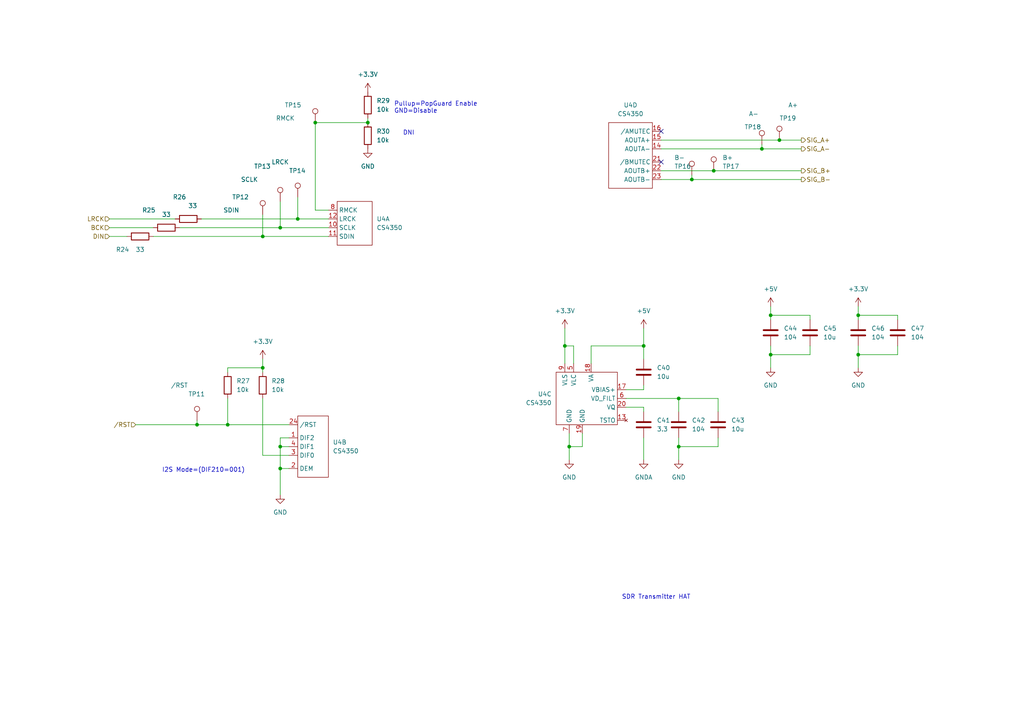
<source format=kicad_sch>
(kicad_sch (version 20211123) (generator eeschema)

  (uuid b898c3af-25a8-4382-a1be-89267e4b9cf3)

  (paper "A4")

  (lib_symbols
    (symbol "Connector:TestPoint" (pin_numbers hide) (pin_names (offset 0.762) hide) (in_bom yes) (on_board yes)
      (property "Reference" "TP" (id 0) (at 0 6.858 0)
        (effects (font (size 1.27 1.27)))
      )
      (property "Value" "TestPoint" (id 1) (at 0 5.08 0)
        (effects (font (size 1.27 1.27)))
      )
      (property "Footprint" "" (id 2) (at 5.08 0 0)
        (effects (font (size 1.27 1.27)) hide)
      )
      (property "Datasheet" "~" (id 3) (at 5.08 0 0)
        (effects (font (size 1.27 1.27)) hide)
      )
      (property "ki_keywords" "test point tp" (id 4) (at 0 0 0)
        (effects (font (size 1.27 1.27)) hide)
      )
      (property "ki_description" "test point" (id 5) (at 0 0 0)
        (effects (font (size 1.27 1.27)) hide)
      )
      (property "ki_fp_filters" "Pin* Test*" (id 6) (at 0 0 0)
        (effects (font (size 1.27 1.27)) hide)
      )
      (symbol "TestPoint_0_1"
        (circle (center 0 3.302) (radius 0.762)
          (stroke (width 0) (type default) (color 0 0 0 0))
          (fill (type none))
        )
      )
      (symbol "TestPoint_1_1"
        (pin passive line (at 0 0 90) (length 2.54)
          (name "1" (effects (font (size 1.27 1.27))))
          (number "1" (effects (font (size 1.27 1.27))))
        )
      )
    )
    (symbol "Device:C" (pin_numbers hide) (pin_names (offset 0.254)) (in_bom yes) (on_board yes)
      (property "Reference" "C" (id 0) (at 0.635 2.54 0)
        (effects (font (size 1.27 1.27)) (justify left))
      )
      (property "Value" "C" (id 1) (at 0.635 -2.54 0)
        (effects (font (size 1.27 1.27)) (justify left))
      )
      (property "Footprint" "" (id 2) (at 0.9652 -3.81 0)
        (effects (font (size 1.27 1.27)) hide)
      )
      (property "Datasheet" "~" (id 3) (at 0 0 0)
        (effects (font (size 1.27 1.27)) hide)
      )
      (property "ki_keywords" "cap capacitor" (id 4) (at 0 0 0)
        (effects (font (size 1.27 1.27)) hide)
      )
      (property "ki_description" "Unpolarized capacitor" (id 5) (at 0 0 0)
        (effects (font (size 1.27 1.27)) hide)
      )
      (property "ki_fp_filters" "C_*" (id 6) (at 0 0 0)
        (effects (font (size 1.27 1.27)) hide)
      )
      (symbol "C_0_1"
        (polyline
          (pts
            (xy -2.032 -0.762)
            (xy 2.032 -0.762)
          )
          (stroke (width 0.508) (type default) (color 0 0 0 0))
          (fill (type none))
        )
        (polyline
          (pts
            (xy -2.032 0.762)
            (xy 2.032 0.762)
          )
          (stroke (width 0.508) (type default) (color 0 0 0 0))
          (fill (type none))
        )
      )
      (symbol "C_1_1"
        (pin passive line (at 0 3.81 270) (length 2.794)
          (name "~" (effects (font (size 1.27 1.27))))
          (number "1" (effects (font (size 1.27 1.27))))
        )
        (pin passive line (at 0 -3.81 90) (length 2.794)
          (name "~" (effects (font (size 1.27 1.27))))
          (number "2" (effects (font (size 1.27 1.27))))
        )
      )
    )
    (symbol "Device:R" (pin_numbers hide) (pin_names (offset 0)) (in_bom yes) (on_board yes)
      (property "Reference" "R" (id 0) (at 2.032 0 90)
        (effects (font (size 1.27 1.27)))
      )
      (property "Value" "R" (id 1) (at 0 0 90)
        (effects (font (size 1.27 1.27)))
      )
      (property "Footprint" "" (id 2) (at -1.778 0 90)
        (effects (font (size 1.27 1.27)) hide)
      )
      (property "Datasheet" "~" (id 3) (at 0 0 0)
        (effects (font (size 1.27 1.27)) hide)
      )
      (property "ki_keywords" "R res resistor" (id 4) (at 0 0 0)
        (effects (font (size 1.27 1.27)) hide)
      )
      (property "ki_description" "Resistor" (id 5) (at 0 0 0)
        (effects (font (size 1.27 1.27)) hide)
      )
      (property "ki_fp_filters" "R_*" (id 6) (at 0 0 0)
        (effects (font (size 1.27 1.27)) hide)
      )
      (symbol "R_0_1"
        (rectangle (start -1.016 -2.54) (end 1.016 2.54)
          (stroke (width 0.254) (type default) (color 0 0 0 0))
          (fill (type none))
        )
      )
      (symbol "R_1_1"
        (pin passive line (at 0 3.81 270) (length 1.27)
          (name "~" (effects (font (size 1.27 1.27))))
          (number "1" (effects (font (size 1.27 1.27))))
        )
        (pin passive line (at 0 -3.81 90) (length 1.27)
          (name "~" (effects (font (size 1.27 1.27))))
          (number "2" (effects (font (size 1.27 1.27))))
        )
      )
    )
    (symbol "My_Library2:CS4350" (in_bom yes) (on_board yes)
      (property "Reference" "U" (id 0) (at -3.81 3.81 0)
        (effects (font (size 1.27 1.27)))
      )
      (property "Value" "CS4350" (id 1) (at 3.81 3.81 0)
        (effects (font (size 1.27 1.27)))
      )
      (property "Footprint" "" (id 2) (at 0 0 0)
        (effects (font (size 1.27 1.27)) hide)
      )
      (property "Datasheet" "" (id 3) (at 0 0 0)
        (effects (font (size 1.27 1.27)) hide)
      )
      (property "ki_locked" "" (id 4) (at 0 0 0)
        (effects (font (size 1.27 1.27)))
      )
      (symbol "CS4350_1_1"
        (rectangle (start -3.81 1.27) (end 6.35 -11.43)
          (stroke (width 0) (type default) (color 0 0 0 0))
          (fill (type none))
        )
        (pin input line (at -6.35 -6.35 0) (length 2.54)
          (name "SCLK" (effects (font (size 1.27 1.27))))
          (number "10" (effects (font (size 1.27 1.27))))
        )
        (pin input line (at -6.35 -8.89 0) (length 2.54)
          (name "SDIN" (effects (font (size 1.27 1.27))))
          (number "11" (effects (font (size 1.27 1.27))))
        )
        (pin input line (at -6.35 -3.81 0) (length 2.54)
          (name "LRCK" (effects (font (size 1.27 1.27))))
          (number "12" (effects (font (size 1.27 1.27))))
        )
        (pin output line (at -6.35 -1.27 0) (length 2.54)
          (name "RMCK" (effects (font (size 1.27 1.27))))
          (number "8" (effects (font (size 1.27 1.27))))
        )
      )
      (symbol "CS4350_2_1"
        (rectangle (start -2.54 0) (end 6.35 -17.78)
          (stroke (width 0) (type default) (color 0 0 0 0))
          (fill (type none))
        )
        (pin input line (at -5.08 -6.35 0) (length 2.54)
          (name "DIF2" (effects (font (size 1.27 1.27))))
          (number "1" (effects (font (size 1.27 1.27))))
        )
        (pin input line (at -5.08 -15.24 0) (length 2.54)
          (name "DEM" (effects (font (size 1.27 1.27))))
          (number "2" (effects (font (size 1.27 1.27))))
        )
        (pin input line (at -5.08 -2.54 0) (length 2.54)
          (name "/RST" (effects (font (size 1.27 1.27))))
          (number "24" (effects (font (size 1.27 1.27))))
        )
        (pin input line (at -5.08 -11.43 0) (length 2.54)
          (name "DIF0" (effects (font (size 1.27 1.27))))
          (number "3" (effects (font (size 1.27 1.27))))
        )
        (pin input line (at -5.08 -8.89 0) (length 2.54)
          (name "DIF1" (effects (font (size 1.27 1.27))))
          (number "4" (effects (font (size 1.27 1.27))))
        )
      )
      (symbol "CS4350_3_1"
        (rectangle (start -7.62 -6.35) (end 10.16 -21.59)
          (stroke (width 0) (type default) (color 0 0 0 0))
          (fill (type none))
        )
        (pin no_connect line (at 12.7 -20.32 180) (length 2.54)
          (name "TSTO" (effects (font (size 1.27 1.27))))
          (number "13" (effects (font (size 1.27 1.27))))
        )
        (pin power_out line (at 12.7 -11.43 180) (length 2.54)
          (name "VBIAS+" (effects (font (size 1.27 1.27))))
          (number "17" (effects (font (size 1.27 1.27))))
        )
        (pin power_in line (at 2.54 -3.81 270) (length 2.54)
          (name "VA" (effects (font (size 1.27 1.27))))
          (number "18" (effects (font (size 1.27 1.27))))
        )
        (pin power_in line (at 0 -24.13 90) (length 2.54)
          (name "GND" (effects (font (size 1.27 1.27))))
          (number "19" (effects (font (size 1.27 1.27))))
        )
        (pin power_out line (at 12.7 -16.51 180) (length 2.54)
          (name "VQ" (effects (font (size 1.27 1.27))))
          (number "20" (effects (font (size 1.27 1.27))))
        )
        (pin power_in line (at -2.54 -3.81 270) (length 2.54)
          (name "VLC" (effects (font (size 1.27 1.27))))
          (number "5" (effects (font (size 1.27 1.27))))
        )
        (pin power_out line (at 12.7 -13.97 180) (length 2.54)
          (name "VD_FILT" (effects (font (size 1.27 1.27))))
          (number "6" (effects (font (size 1.27 1.27))))
        )
        (pin power_in line (at -3.81 -24.13 90) (length 2.54)
          (name "GND" (effects (font (size 1.27 1.27))))
          (number "7" (effects (font (size 1.27 1.27))))
        )
        (pin power_in line (at -5.08 -3.81 270) (length 2.54)
          (name "VLS" (effects (font (size 1.27 1.27))))
          (number "9" (effects (font (size 1.27 1.27))))
        )
      )
      (symbol "CS4350_4_1"
        (rectangle (start -5.08 2.54) (end 7.62 -16.51)
          (stroke (width 0) (type default) (color 0 0 0 0))
          (fill (type none))
        )
        (pin output line (at 10.16 -5.08 180) (length 2.54)
          (name "AOUTA-" (effects (font (size 1.27 1.27))))
          (number "14" (effects (font (size 1.27 1.27))))
        )
        (pin output line (at 10.16 -2.54 180) (length 2.54)
          (name "AOUTA+" (effects (font (size 1.27 1.27))))
          (number "15" (effects (font (size 1.27 1.27))))
        )
        (pin output line (at 10.16 0 180) (length 2.54)
          (name "/AMUTEC" (effects (font (size 1.27 1.27))))
          (number "16" (effects (font (size 1.27 1.27))))
        )
        (pin output line (at 10.16 -8.89 180) (length 2.54)
          (name "/BMUTEC" (effects (font (size 1.27 1.27))))
          (number "21" (effects (font (size 1.27 1.27))))
        )
        (pin output line (at 10.16 -11.43 180) (length 2.54)
          (name "AOUTB+" (effects (font (size 1.27 1.27))))
          (number "22" (effects (font (size 1.27 1.27))))
        )
        (pin output line (at 10.16 -13.97 180) (length 2.54)
          (name "AOUTB-" (effects (font (size 1.27 1.27))))
          (number "23" (effects (font (size 1.27 1.27))))
        )
      )
    )
    (symbol "power:+3.3V" (power) (pin_names (offset 0)) (in_bom yes) (on_board yes)
      (property "Reference" "#PWR" (id 0) (at 0 -3.81 0)
        (effects (font (size 1.27 1.27)) hide)
      )
      (property "Value" "+3.3V" (id 1) (at 0 3.556 0)
        (effects (font (size 1.27 1.27)))
      )
      (property "Footprint" "" (id 2) (at 0 0 0)
        (effects (font (size 1.27 1.27)) hide)
      )
      (property "Datasheet" "" (id 3) (at 0 0 0)
        (effects (font (size 1.27 1.27)) hide)
      )
      (property "ki_keywords" "power-flag" (id 4) (at 0 0 0)
        (effects (font (size 1.27 1.27)) hide)
      )
      (property "ki_description" "Power symbol creates a global label with name \"+3.3V\"" (id 5) (at 0 0 0)
        (effects (font (size 1.27 1.27)) hide)
      )
      (symbol "+3.3V_0_1"
        (polyline
          (pts
            (xy -0.762 1.27)
            (xy 0 2.54)
          )
          (stroke (width 0) (type default) (color 0 0 0 0))
          (fill (type none))
        )
        (polyline
          (pts
            (xy 0 0)
            (xy 0 2.54)
          )
          (stroke (width 0) (type default) (color 0 0 0 0))
          (fill (type none))
        )
        (polyline
          (pts
            (xy 0 2.54)
            (xy 0.762 1.27)
          )
          (stroke (width 0) (type default) (color 0 0 0 0))
          (fill (type none))
        )
      )
      (symbol "+3.3V_1_1"
        (pin power_in line (at 0 0 90) (length 0) hide
          (name "+3.3V" (effects (font (size 1.27 1.27))))
          (number "1" (effects (font (size 1.27 1.27))))
        )
      )
    )
    (symbol "power:+5V" (power) (pin_names (offset 0)) (in_bom yes) (on_board yes)
      (property "Reference" "#PWR" (id 0) (at 0 -3.81 0)
        (effects (font (size 1.27 1.27)) hide)
      )
      (property "Value" "+5V" (id 1) (at 0 3.556 0)
        (effects (font (size 1.27 1.27)))
      )
      (property "Footprint" "" (id 2) (at 0 0 0)
        (effects (font (size 1.27 1.27)) hide)
      )
      (property "Datasheet" "" (id 3) (at 0 0 0)
        (effects (font (size 1.27 1.27)) hide)
      )
      (property "ki_keywords" "power-flag" (id 4) (at 0 0 0)
        (effects (font (size 1.27 1.27)) hide)
      )
      (property "ki_description" "Power symbol creates a global label with name \"+5V\"" (id 5) (at 0 0 0)
        (effects (font (size 1.27 1.27)) hide)
      )
      (symbol "+5V_0_1"
        (polyline
          (pts
            (xy -0.762 1.27)
            (xy 0 2.54)
          )
          (stroke (width 0) (type default) (color 0 0 0 0))
          (fill (type none))
        )
        (polyline
          (pts
            (xy 0 0)
            (xy 0 2.54)
          )
          (stroke (width 0) (type default) (color 0 0 0 0))
          (fill (type none))
        )
        (polyline
          (pts
            (xy 0 2.54)
            (xy 0.762 1.27)
          )
          (stroke (width 0) (type default) (color 0 0 0 0))
          (fill (type none))
        )
      )
      (symbol "+5V_1_1"
        (pin power_in line (at 0 0 90) (length 0) hide
          (name "+5V" (effects (font (size 1.27 1.27))))
          (number "1" (effects (font (size 1.27 1.27))))
        )
      )
    )
    (symbol "power:GND" (power) (pin_names (offset 0)) (in_bom yes) (on_board yes)
      (property "Reference" "#PWR" (id 0) (at 0 -6.35 0)
        (effects (font (size 1.27 1.27)) hide)
      )
      (property "Value" "GND" (id 1) (at 0 -3.81 0)
        (effects (font (size 1.27 1.27)))
      )
      (property "Footprint" "" (id 2) (at 0 0 0)
        (effects (font (size 1.27 1.27)) hide)
      )
      (property "Datasheet" "" (id 3) (at 0 0 0)
        (effects (font (size 1.27 1.27)) hide)
      )
      (property "ki_keywords" "power-flag" (id 4) (at 0 0 0)
        (effects (font (size 1.27 1.27)) hide)
      )
      (property "ki_description" "Power symbol creates a global label with name \"GND\" , ground" (id 5) (at 0 0 0)
        (effects (font (size 1.27 1.27)) hide)
      )
      (symbol "GND_0_1"
        (polyline
          (pts
            (xy 0 0)
            (xy 0 -1.27)
            (xy 1.27 -1.27)
            (xy 0 -2.54)
            (xy -1.27 -1.27)
            (xy 0 -1.27)
          )
          (stroke (width 0) (type default) (color 0 0 0 0))
          (fill (type none))
        )
      )
      (symbol "GND_1_1"
        (pin power_in line (at 0 0 270) (length 0) hide
          (name "GND" (effects (font (size 1.27 1.27))))
          (number "1" (effects (font (size 1.27 1.27))))
        )
      )
    )
    (symbol "power:GNDA" (power) (pin_names (offset 0)) (in_bom yes) (on_board yes)
      (property "Reference" "#PWR" (id 0) (at 0 -6.35 0)
        (effects (font (size 1.27 1.27)) hide)
      )
      (property "Value" "GNDA" (id 1) (at 0 -3.81 0)
        (effects (font (size 1.27 1.27)))
      )
      (property "Footprint" "" (id 2) (at 0 0 0)
        (effects (font (size 1.27 1.27)) hide)
      )
      (property "Datasheet" "" (id 3) (at 0 0 0)
        (effects (font (size 1.27 1.27)) hide)
      )
      (property "ki_keywords" "power-flag" (id 4) (at 0 0 0)
        (effects (font (size 1.27 1.27)) hide)
      )
      (property "ki_description" "Power symbol creates a global label with name \"GNDA\" , analog ground" (id 5) (at 0 0 0)
        (effects (font (size 1.27 1.27)) hide)
      )
      (symbol "GNDA_0_1"
        (polyline
          (pts
            (xy 0 0)
            (xy 0 -1.27)
            (xy 1.27 -1.27)
            (xy 0 -2.54)
            (xy -1.27 -1.27)
            (xy 0 -1.27)
          )
          (stroke (width 0) (type default) (color 0 0 0 0))
          (fill (type none))
        )
      )
      (symbol "GNDA_1_1"
        (pin power_in line (at 0 0 270) (length 0) hide
          (name "GNDA" (effects (font (size 1.27 1.27))))
          (number "1" (effects (font (size 1.27 1.27))))
        )
      )
    )
  )

  (junction (at 81.28 66.04) (diameter 0) (color 0 0 0 0)
    (uuid 1a0901de-34cf-446f-bbe1-e4b942bd4918)
  )
  (junction (at 91.44 35.56) (diameter 0) (color 0 0 0 0)
    (uuid 25dbf5aa-c652-4798-9225-c53ce5edc24c)
  )
  (junction (at 186.69 100.33) (diameter 0) (color 0 0 0 0)
    (uuid 316cb285-7796-4b0d-9592-1b77d6ee0a86)
  )
  (junction (at 226.06 40.64) (diameter 0) (color 0 0 0 0)
    (uuid 37672cd5-e535-40ae-9afc-5809037d05b7)
  )
  (junction (at 207.01 49.53) (diameter 0) (color 0 0 0 0)
    (uuid 398b269f-e970-487a-990e-5f42fd71466c)
  )
  (junction (at 165.1 129.54) (diameter 0) (color 0 0 0 0)
    (uuid 598988e8-fc25-49e4-be8c-e5aced4a0623)
  )
  (junction (at 196.85 129.54) (diameter 0) (color 0 0 0 0)
    (uuid 681224a4-d26e-47da-b051-ab8dcf6856df)
  )
  (junction (at 248.92 91.44) (diameter 0) (color 0 0 0 0)
    (uuid 6f7fbf9c-34a9-4483-8d00-c9508ffbec4d)
  )
  (junction (at 81.28 129.54) (diameter 0) (color 0 0 0 0)
    (uuid 748259e0-7e7f-4ff4-ae90-ad1abd0cbdf8)
  )
  (junction (at 200.66 52.07) (diameter 0) (color 0 0 0 0)
    (uuid 840e9bf6-a0e9-4ffc-a44d-1ffc6a6e9d76)
  )
  (junction (at 223.52 102.87) (diameter 0) (color 0 0 0 0)
    (uuid 87674c21-82ad-4f53-bfdb-f9157005a2c9)
  )
  (junction (at 196.85 115.57) (diameter 0) (color 0 0 0 0)
    (uuid 8e625ced-4a91-4291-b7e0-c488d1cfa8e8)
  )
  (junction (at 86.36 63.5) (diameter 0) (color 0 0 0 0)
    (uuid 8ec1fadf-5338-475c-9efd-0d058db5ee76)
  )
  (junction (at 57.15 123.19) (diameter 0) (color 0 0 0 0)
    (uuid 9505ef21-e207-4f10-9d89-3b3035634e71)
  )
  (junction (at 163.83 100.33) (diameter 0) (color 0 0 0 0)
    (uuid 9b9073d8-3a3f-4b8c-ba08-b927d20c5a1f)
  )
  (junction (at 76.2 68.58) (diameter 0) (color 0 0 0 0)
    (uuid a6db8ae3-dca8-4fa6-bd94-caa1f69826d2)
  )
  (junction (at 76.2 106.68) (diameter 0) (color 0 0 0 0)
    (uuid b4ccbca8-f138-43b0-ad6a-e7c38b4dd1b9)
  )
  (junction (at 106.68 35.56) (diameter 0) (color 0 0 0 0)
    (uuid b5adc49a-382a-4559-b61b-afe577b9c23f)
  )
  (junction (at 220.98 43.18) (diameter 0) (color 0 0 0 0)
    (uuid b8890d2a-d82c-45ea-b795-dfc6a528677e)
  )
  (junction (at 66.04 123.19) (diameter 0) (color 0 0 0 0)
    (uuid ba59f566-3e8a-417d-9c67-05d212c2068a)
  )
  (junction (at 223.52 91.44) (diameter 0) (color 0 0 0 0)
    (uuid d43bfc9c-a245-4f2b-a320-24aed9ba749e)
  )
  (junction (at 81.28 135.89) (diameter 0) (color 0 0 0 0)
    (uuid e64eb5ac-4b52-41e8-ac19-b9acd4c7a933)
  )
  (junction (at 248.92 102.87) (diameter 0) (color 0 0 0 0)
    (uuid e6a44591-6c60-4465-adef-ae6e8c268029)
  )

  (no_connect (at 191.77 38.1) (uuid 263fe8c3-6370-42ec-8b85-5cd0389c5674))
  (no_connect (at 191.77 46.99) (uuid 263fe8c3-6370-42ec-8b85-5cd0389c5675))

  (wire (pts (xy 248.92 91.44) (xy 248.92 92.71))
    (stroke (width 0) (type default) (color 0 0 0 0))
    (uuid 0169af37-b167-4924-b668-516293d5e52a)
  )
  (wire (pts (xy 223.52 102.87) (xy 223.52 106.68))
    (stroke (width 0) (type default) (color 0 0 0 0))
    (uuid 02129c53-a0ce-4596-a157-9a83fc1eef4c)
  )
  (wire (pts (xy 81.28 135.89) (xy 81.28 143.51))
    (stroke (width 0) (type default) (color 0 0 0 0))
    (uuid 0411ee5e-d444-43ad-957b-0de869470ec0)
  )
  (wire (pts (xy 57.15 121.92) (xy 57.15 123.19))
    (stroke (width 0) (type default) (color 0 0 0 0))
    (uuid 047b2c3b-91a2-4d7b-adff-759b55010610)
  )
  (wire (pts (xy 223.52 88.9) (xy 223.52 91.44))
    (stroke (width 0) (type default) (color 0 0 0 0))
    (uuid 06065cf6-e6d1-4f04-8b97-7b435dccc36d)
  )
  (wire (pts (xy 168.91 125.73) (xy 168.91 129.54))
    (stroke (width 0) (type default) (color 0 0 0 0))
    (uuid 06534946-3cd4-4e47-b6be-397aba0a1d7f)
  )
  (wire (pts (xy 186.69 133.35) (xy 186.69 127))
    (stroke (width 0) (type default) (color 0 0 0 0))
    (uuid 08bf8ef2-9a2b-4321-b67a-cca27fa9a5ae)
  )
  (wire (pts (xy 186.69 100.33) (xy 186.69 95.25))
    (stroke (width 0) (type default) (color 0 0 0 0))
    (uuid 0a961280-9a44-4d92-934f-0adae8b2b4d8)
  )
  (wire (pts (xy 223.52 100.33) (xy 223.52 102.87))
    (stroke (width 0) (type default) (color 0 0 0 0))
    (uuid 125c3824-7ea9-48af-a503-e5e8c413122b)
  )
  (wire (pts (xy 76.2 104.14) (xy 76.2 106.68))
    (stroke (width 0) (type default) (color 0 0 0 0))
    (uuid 12f909c0-86fe-4034-b70a-6327a3aceee9)
  )
  (wire (pts (xy 91.44 35.56) (xy 91.44 60.96))
    (stroke (width 0) (type default) (color 0 0 0 0))
    (uuid 136c4449-9323-4ddb-981d-14acd2d14e5e)
  )
  (wire (pts (xy 171.45 105.41) (xy 171.45 100.33))
    (stroke (width 0) (type default) (color 0 0 0 0))
    (uuid 15d880a4-555d-43e7-81fd-085c8b0d9aa1)
  )
  (wire (pts (xy 31.75 66.04) (xy 44.45 66.04))
    (stroke (width 0) (type default) (color 0 0 0 0))
    (uuid 166bcb94-d5c6-4a31-89e6-0dd066895407)
  )
  (wire (pts (xy 86.36 57.15) (xy 86.36 63.5))
    (stroke (width 0) (type default) (color 0 0 0 0))
    (uuid 17b1cd6f-c323-4d37-8747-712322f27a2f)
  )
  (wire (pts (xy 260.35 100.33) (xy 260.35 102.87))
    (stroke (width 0) (type default) (color 0 0 0 0))
    (uuid 1bf2305c-c5e4-4e36-8ac1-c2e60c22ccd3)
  )
  (wire (pts (xy 260.35 91.44) (xy 260.35 92.71))
    (stroke (width 0) (type default) (color 0 0 0 0))
    (uuid 217f48a3-a482-44ed-ab28-ad8722b50929)
  )
  (wire (pts (xy 31.75 68.58) (xy 36.83 68.58))
    (stroke (width 0) (type default) (color 0 0 0 0))
    (uuid 2330a013-9954-4e5c-beb6-758b3c16d7a8)
  )
  (wire (pts (xy 191.77 40.64) (xy 226.06 40.64))
    (stroke (width 0) (type default) (color 0 0 0 0))
    (uuid 23488dbe-d5b1-4983-abec-dacc3da0af60)
  )
  (wire (pts (xy 223.52 91.44) (xy 234.95 91.44))
    (stroke (width 0) (type default) (color 0 0 0 0))
    (uuid 2c2e0bc7-218d-4cf8-823c-9b5fbe2aa185)
  )
  (wire (pts (xy 220.98 41.91) (xy 220.98 43.18))
    (stroke (width 0) (type default) (color 0 0 0 0))
    (uuid 2c53bc77-deaf-4a13-adf8-287ee56ebd7c)
  )
  (wire (pts (xy 196.85 115.57) (xy 208.28 115.57))
    (stroke (width 0) (type default) (color 0 0 0 0))
    (uuid 2ca32758-4b3e-4bb2-9800-60ee0ee8fb1f)
  )
  (wire (pts (xy 181.61 115.57) (xy 196.85 115.57))
    (stroke (width 0) (type default) (color 0 0 0 0))
    (uuid 2d54e8a3-73ff-41ba-bad0-2a5404fedcfc)
  )
  (wire (pts (xy 81.28 129.54) (xy 81.28 135.89))
    (stroke (width 0) (type default) (color 0 0 0 0))
    (uuid 315cfdb7-d30f-4865-bcde-10b9144b4bcd)
  )
  (wire (pts (xy 226.06 40.64) (xy 232.41 40.64))
    (stroke (width 0) (type default) (color 0 0 0 0))
    (uuid 33918360-0c91-4e57-8e8c-96858cd1c0ae)
  )
  (wire (pts (xy 207.01 49.53) (xy 232.41 49.53))
    (stroke (width 0) (type default) (color 0 0 0 0))
    (uuid 353065d6-b7f7-4660-84ef-c62861e85adf)
  )
  (wire (pts (xy 181.61 118.11) (xy 186.69 118.11))
    (stroke (width 0) (type default) (color 0 0 0 0))
    (uuid 36ab226f-6558-4d1f-a86a-5d4a6beb1b18)
  )
  (wire (pts (xy 248.92 91.44) (xy 260.35 91.44))
    (stroke (width 0) (type default) (color 0 0 0 0))
    (uuid 3a32fc8b-42ed-43b7-bdcf-e6cc403fb2f4)
  )
  (wire (pts (xy 166.37 105.41) (xy 166.37 100.33))
    (stroke (width 0) (type default) (color 0 0 0 0))
    (uuid 3b703858-570f-4a31-86ee-3034bfc0b7c0)
  )
  (wire (pts (xy 234.95 102.87) (xy 223.52 102.87))
    (stroke (width 0) (type default) (color 0 0 0 0))
    (uuid 40a05b95-b73d-40f6-a56d-7c9f4f7e3790)
  )
  (wire (pts (xy 166.37 100.33) (xy 163.83 100.33))
    (stroke (width 0) (type default) (color 0 0 0 0))
    (uuid 495047c6-b25b-425d-8a7f-6d2680392ce1)
  )
  (wire (pts (xy 83.82 127) (xy 81.28 127))
    (stroke (width 0) (type default) (color 0 0 0 0))
    (uuid 4ecc7262-8720-4c6f-8a33-a3ecfb4026da)
  )
  (wire (pts (xy 165.1 129.54) (xy 165.1 133.35))
    (stroke (width 0) (type default) (color 0 0 0 0))
    (uuid 5361fdc4-d439-4801-ac1e-72251b7f871c)
  )
  (wire (pts (xy 191.77 52.07) (xy 200.66 52.07))
    (stroke (width 0) (type default) (color 0 0 0 0))
    (uuid 5a671e89-00fc-40c4-8f3e-7981aa3babb4)
  )
  (wire (pts (xy 208.28 129.54) (xy 196.85 129.54))
    (stroke (width 0) (type default) (color 0 0 0 0))
    (uuid 5a9494e3-c12d-4b73-b2ce-c4080f69f92e)
  )
  (wire (pts (xy 186.69 100.33) (xy 186.69 104.14))
    (stroke (width 0) (type default) (color 0 0 0 0))
    (uuid 5ca4af95-e1e8-4005-9eed-09f861740d15)
  )
  (wire (pts (xy 248.92 102.87) (xy 248.92 106.68))
    (stroke (width 0) (type default) (color 0 0 0 0))
    (uuid 5ec72551-b502-48e4-8773-c4c29aab7914)
  )
  (wire (pts (xy 52.07 66.04) (xy 81.28 66.04))
    (stroke (width 0) (type default) (color 0 0 0 0))
    (uuid 62c55ac2-006b-4140-9935-3242f8aa9d95)
  )
  (wire (pts (xy 191.77 49.53) (xy 207.01 49.53))
    (stroke (width 0) (type default) (color 0 0 0 0))
    (uuid 6302944d-9e28-4e8b-b7e7-05b1752a0331)
  )
  (wire (pts (xy 66.04 107.95) (xy 66.04 106.68))
    (stroke (width 0) (type default) (color 0 0 0 0))
    (uuid 6529d231-cfdb-4f67-83d4-6d374e3cd06e)
  )
  (wire (pts (xy 200.66 50.8) (xy 200.66 52.07))
    (stroke (width 0) (type default) (color 0 0 0 0))
    (uuid 65e3251e-b47c-48cf-b749-e91786c26547)
  )
  (wire (pts (xy 223.52 91.44) (xy 223.52 92.71))
    (stroke (width 0) (type default) (color 0 0 0 0))
    (uuid 66a228a6-9fc4-4c7c-a179-2dfa2cea70e7)
  )
  (wire (pts (xy 76.2 106.68) (xy 76.2 107.95))
    (stroke (width 0) (type default) (color 0 0 0 0))
    (uuid 683f0b98-1674-4132-8798-60944d051244)
  )
  (wire (pts (xy 196.85 127) (xy 196.85 129.54))
    (stroke (width 0) (type default) (color 0 0 0 0))
    (uuid 68778c8d-bffc-4439-9b8a-53b2011e0c81)
  )
  (wire (pts (xy 81.28 58.42) (xy 81.28 66.04))
    (stroke (width 0) (type default) (color 0 0 0 0))
    (uuid 6a136a20-d084-4125-ba87-1a997294ca54)
  )
  (wire (pts (xy 248.92 100.33) (xy 248.92 102.87))
    (stroke (width 0) (type default) (color 0 0 0 0))
    (uuid 6eac06fa-3fff-4846-87ba-d8348be8b5f6)
  )
  (wire (pts (xy 76.2 68.58) (xy 95.25 68.58))
    (stroke (width 0) (type default) (color 0 0 0 0))
    (uuid 70cc80b2-af14-4ffd-b470-8e8fa26fc298)
  )
  (wire (pts (xy 81.28 127) (xy 81.28 129.54))
    (stroke (width 0) (type default) (color 0 0 0 0))
    (uuid 74070f01-ea5b-4c60-b08a-1cf36e1e7e23)
  )
  (wire (pts (xy 44.45 68.58) (xy 76.2 68.58))
    (stroke (width 0) (type default) (color 0 0 0 0))
    (uuid 74f370f3-7f2c-4fc9-8089-473c9ec85d35)
  )
  (wire (pts (xy 39.37 123.19) (xy 57.15 123.19))
    (stroke (width 0) (type default) (color 0 0 0 0))
    (uuid 7879e444-e66a-4346-99be-9ebd604a9950)
  )
  (wire (pts (xy 57.15 123.19) (xy 66.04 123.19))
    (stroke (width 0) (type default) (color 0 0 0 0))
    (uuid 7b80efcf-a33c-41b0-89d1-df2d65be0da0)
  )
  (wire (pts (xy 66.04 123.19) (xy 83.82 123.19))
    (stroke (width 0) (type default) (color 0 0 0 0))
    (uuid 7e9761ad-2c72-4488-8cf6-e35e91b49592)
  )
  (wire (pts (xy 66.04 115.57) (xy 66.04 123.19))
    (stroke (width 0) (type default) (color 0 0 0 0))
    (uuid 821a9e50-0257-48a4-b616-7f6284942341)
  )
  (wire (pts (xy 81.28 135.89) (xy 83.82 135.89))
    (stroke (width 0) (type default) (color 0 0 0 0))
    (uuid 87081db5-e696-4df2-ac0b-408b462e8063)
  )
  (wire (pts (xy 181.61 113.03) (xy 186.69 113.03))
    (stroke (width 0) (type default) (color 0 0 0 0))
    (uuid 87082ae6-db19-4ac4-b3ee-5cb4feb47640)
  )
  (wire (pts (xy 191.77 43.18) (xy 220.98 43.18))
    (stroke (width 0) (type default) (color 0 0 0 0))
    (uuid 894f2868-786a-4844-8a54-5470d429cbf9)
  )
  (wire (pts (xy 81.28 129.54) (xy 83.82 129.54))
    (stroke (width 0) (type default) (color 0 0 0 0))
    (uuid 910a3ae7-55d5-4ba0-9621-3b60f9123073)
  )
  (wire (pts (xy 248.92 88.9) (xy 248.92 91.44))
    (stroke (width 0) (type default) (color 0 0 0 0))
    (uuid 96a22cba-732e-4417-bbdc-eca36ac5e953)
  )
  (wire (pts (xy 234.95 100.33) (xy 234.95 102.87))
    (stroke (width 0) (type default) (color 0 0 0 0))
    (uuid 9bf2ac72-b7ba-4c06-b7dc-44fffff29964)
  )
  (wire (pts (xy 196.85 115.57) (xy 196.85 119.38))
    (stroke (width 0) (type default) (color 0 0 0 0))
    (uuid 9c8b7985-3c7b-4661-a21d-c4f01c43fa53)
  )
  (wire (pts (xy 58.42 63.5) (xy 86.36 63.5))
    (stroke (width 0) (type default) (color 0 0 0 0))
    (uuid 9fcaa130-b417-431f-acd0-a4120eebd531)
  )
  (wire (pts (xy 165.1 125.73) (xy 165.1 129.54))
    (stroke (width 0) (type default) (color 0 0 0 0))
    (uuid a723af64-3772-4155-af0f-6c9deffa9aa0)
  )
  (wire (pts (xy 186.69 113.03) (xy 186.69 111.76))
    (stroke (width 0) (type default) (color 0 0 0 0))
    (uuid a7b2980f-1ad3-4ceb-b480-0e7148bdd4e5)
  )
  (wire (pts (xy 86.36 63.5) (xy 95.25 63.5))
    (stroke (width 0) (type default) (color 0 0 0 0))
    (uuid b233d5ce-92ad-46b9-9c85-db26b549875a)
  )
  (wire (pts (xy 76.2 62.23) (xy 76.2 68.58))
    (stroke (width 0) (type default) (color 0 0 0 0))
    (uuid b541b610-99bc-49a5-aae7-e87fcc0f7038)
  )
  (wire (pts (xy 83.82 132.08) (xy 76.2 132.08))
    (stroke (width 0) (type default) (color 0 0 0 0))
    (uuid b7976946-6a06-4e2c-b643-65806957b14e)
  )
  (wire (pts (xy 163.83 100.33) (xy 163.83 105.41))
    (stroke (width 0) (type default) (color 0 0 0 0))
    (uuid bcea255b-77d7-44b8-907d-b956e362e4c3)
  )
  (wire (pts (xy 234.95 91.44) (xy 234.95 92.71))
    (stroke (width 0) (type default) (color 0 0 0 0))
    (uuid c88cc3bd-da11-415d-b78c-78d546744d5b)
  )
  (wire (pts (xy 91.44 60.96) (xy 95.25 60.96))
    (stroke (width 0) (type default) (color 0 0 0 0))
    (uuid cc307a52-b3bd-4995-a2ee-1707c33fd9b5)
  )
  (wire (pts (xy 168.91 129.54) (xy 165.1 129.54))
    (stroke (width 0) (type default) (color 0 0 0 0))
    (uuid d00a44c0-6bfd-4110-97c9-efe8b84e852f)
  )
  (wire (pts (xy 186.69 118.11) (xy 186.69 119.38))
    (stroke (width 0) (type default) (color 0 0 0 0))
    (uuid d1043fa7-6ff4-4dc0-8e4a-d40bb6bb175b)
  )
  (wire (pts (xy 76.2 115.57) (xy 76.2 132.08))
    (stroke (width 0) (type default) (color 0 0 0 0))
    (uuid d54a0ac3-350c-445e-b438-a39724a9da3d)
  )
  (wire (pts (xy 208.28 115.57) (xy 208.28 119.38))
    (stroke (width 0) (type default) (color 0 0 0 0))
    (uuid d6a45dbc-c89f-4a1e-a96f-088a8bc9d9b5)
  )
  (wire (pts (xy 220.98 43.18) (xy 232.41 43.18))
    (stroke (width 0) (type default) (color 0 0 0 0))
    (uuid d7836bdc-da12-4dea-975e-da333d53ef6f)
  )
  (wire (pts (xy 66.04 106.68) (xy 76.2 106.68))
    (stroke (width 0) (type default) (color 0 0 0 0))
    (uuid d7e3b4f4-d83f-4707-a9a5-9c1d2ec0f3fb)
  )
  (wire (pts (xy 208.28 127) (xy 208.28 129.54))
    (stroke (width 0) (type default) (color 0 0 0 0))
    (uuid d7e917fa-691a-48fd-ac04-a1298c444200)
  )
  (wire (pts (xy 200.66 52.07) (xy 232.41 52.07))
    (stroke (width 0) (type default) (color 0 0 0 0))
    (uuid dab19557-f887-4835-afb5-c7dba2a6b881)
  )
  (wire (pts (xy 196.85 129.54) (xy 196.85 133.35))
    (stroke (width 0) (type default) (color 0 0 0 0))
    (uuid db4d0082-eab0-4510-828d-f02523a0a725)
  )
  (wire (pts (xy 171.45 100.33) (xy 186.69 100.33))
    (stroke (width 0) (type default) (color 0 0 0 0))
    (uuid e32861a3-c930-468b-b205-7c472b3ad380)
  )
  (wire (pts (xy 106.68 34.29) (xy 106.68 35.56))
    (stroke (width 0) (type default) (color 0 0 0 0))
    (uuid e7b85ee4-b98a-43d3-b757-c5ab328533e3)
  )
  (wire (pts (xy 260.35 102.87) (xy 248.92 102.87))
    (stroke (width 0) (type default) (color 0 0 0 0))
    (uuid ea4726aa-f9cc-41c5-8e3f-a04993fc2291)
  )
  (wire (pts (xy 91.44 35.56) (xy 106.68 35.56))
    (stroke (width 0) (type default) (color 0 0 0 0))
    (uuid edbf4b41-986a-4d3a-bf4c-af01c3f0f70d)
  )
  (wire (pts (xy 31.75 63.5) (xy 50.8 63.5))
    (stroke (width 0) (type default) (color 0 0 0 0))
    (uuid f436414a-3c48-4a01-961c-baf33fc0f96e)
  )
  (wire (pts (xy 163.83 95.25) (xy 163.83 100.33))
    (stroke (width 0) (type default) (color 0 0 0 0))
    (uuid f8f7d8fd-0283-4746-a470-a6a16eca1449)
  )
  (wire (pts (xy 95.25 66.04) (xy 81.28 66.04))
    (stroke (width 0) (type default) (color 0 0 0 0))
    (uuid faefb1a4-2227-4193-895d-69f183d21d22)
  )

  (text "I2S Mode=(DIF210=001)" (at 46.99 137.16 0)
    (effects (font (size 1.27 1.27)) (justify left bottom))
    (uuid 08dad396-1936-4f0b-9646-d12fafa449e5)
  )
  (text "Pullup=PopGuard Enable\nGND=Disable" (at 114.3 33.02 0)
    (effects (font (size 1.27 1.27)) (justify left bottom))
    (uuid 36d30197-b874-4ea2-925f-98f7037f4e90)
  )
  (text "DNI" (at 116.84 39.37 0)
    (effects (font (size 1.27 1.27)) (justify left bottom))
    (uuid 74417c3b-d41e-408e-abfb-e5b682801e97)
  )
  (text "SDR Transmitter HAT" (at 180.34 173.99 0)
    (effects (font (size 1.27 1.27)) (justify left bottom))
    (uuid abdcf832-3df2-43c3-bb2f-df4807074dbc)
  )

  (hierarchical_label "DIN" (shape input) (at 31.75 68.58 180)
    (effects (font (size 1.27 1.27)) (justify right))
    (uuid 04e525f9-9c26-4a3d-8f7d-9783740cb310)
  )
  (hierarchical_label "SIG_A-" (shape output) (at 232.41 43.18 0)
    (effects (font (size 1.27 1.27)) (justify left))
    (uuid 0526d945-9d96-4fa8-98ca-0d79267e0abc)
  )
  (hierarchical_label "{slash}RST" (shape input) (at 39.37 123.19 180)
    (effects (font (size 1.27 1.27)) (justify right))
    (uuid 17c87720-8d2d-4157-9f16-6754f5d2ea22)
  )
  (hierarchical_label "SIG_B-" (shape output) (at 232.41 52.07 0)
    (effects (font (size 1.27 1.27)) (justify left))
    (uuid 43c8f10e-1916-4a9b-b904-5c98a2402a9a)
  )
  (hierarchical_label "SIG_B+" (shape output) (at 232.41 49.53 0)
    (effects (font (size 1.27 1.27)) (justify left))
    (uuid 6b76598a-bcf4-4cc5-844f-7adf03f8f305)
  )
  (hierarchical_label "LRCK" (shape input) (at 31.75 63.5 180)
    (effects (font (size 1.27 1.27)) (justify right))
    (uuid 7290e386-c7a5-46da-9c55-bf43e80a579e)
  )
  (hierarchical_label "BCK" (shape input) (at 31.75 66.04 180)
    (effects (font (size 1.27 1.27)) (justify right))
    (uuid 7d158c90-f021-455a-8e60-b60404c47287)
  )
  (hierarchical_label "SIG_A+" (shape output) (at 232.41 40.64 0)
    (effects (font (size 1.27 1.27)) (justify left))
    (uuid e371ab57-e43f-42e2-bb41-47abf3bcff9b)
  )

  (symbol (lib_id "Device:C") (at 186.69 107.95 0) (unit 1)
    (in_bom yes) (on_board yes) (fields_autoplaced)
    (uuid 028aefcd-bb6d-4185-8599-0b31e0463834)
    (property "Reference" "C40" (id 0) (at 190.5 106.6799 0)
      (effects (font (size 1.27 1.27)) (justify left))
    )
    (property "Value" "10u" (id 1) (at 190.5 109.2199 0)
      (effects (font (size 1.27 1.27)) (justify left))
    )
    (property "Footprint" "Capacitor_SMD:C_0603_1608Metric_Pad1.08x0.95mm_HandSolder" (id 2) (at 187.6552 111.76 0)
      (effects (font (size 1.27 1.27)) hide)
    )
    (property "Datasheet" "~" (id 3) (at 186.69 107.95 0)
      (effects (font (size 1.27 1.27)) hide)
    )
    (pin "1" (uuid ddbfb312-a16f-456a-8877-8926342ec3d8))
    (pin "2" (uuid d7bed1b9-3939-4772-8d01-df95572469ad))
  )

  (symbol (lib_id "Connector:TestPoint") (at 200.66 50.8 0) (unit 1)
    (in_bom yes) (on_board yes)
    (uuid 0a70fe97-f5b6-415c-ba94-16cc2adccada)
    (property "Reference" "TP16" (id 0) (at 195.58 48.26 0)
      (effects (font (size 1.27 1.27)) (justify left))
    )
    (property "Value" "B-" (id 1) (at 195.58 45.72 0)
      (effects (font (size 1.27 1.27)) (justify left))
    )
    (property "Footprint" "TestPoint:TestPoint_Pad_D2.0mm" (id 2) (at 205.74 50.8 0)
      (effects (font (size 1.27 1.27)) hide)
    )
    (property "Datasheet" "~" (id 3) (at 205.74 50.8 0)
      (effects (font (size 1.27 1.27)) hide)
    )
    (pin "1" (uuid 9fedd8e7-2032-4a4d-bbfb-1912a411c514))
  )

  (symbol (lib_id "Device:R") (at 106.68 39.37 0) (unit 1)
    (in_bom yes) (on_board yes) (fields_autoplaced)
    (uuid 12968cdf-3655-4b9e-9e5b-bde5c2a54113)
    (property "Reference" "R30" (id 0) (at 109.22 38.0999 0)
      (effects (font (size 1.27 1.27)) (justify left))
    )
    (property "Value" "10k" (id 1) (at 109.22 40.6399 0)
      (effects (font (size 1.27 1.27)) (justify left))
    )
    (property "Footprint" "Resistor_SMD:R_0603_1608Metric_Pad0.98x0.95mm_HandSolder" (id 2) (at 104.902 39.37 90)
      (effects (font (size 1.27 1.27)) hide)
    )
    (property "Datasheet" "~" (id 3) (at 106.68 39.37 0)
      (effects (font (size 1.27 1.27)) hide)
    )
    (pin "1" (uuid 1623d4bd-d6c1-4d57-8b6d-a84ff8a89c57))
    (pin "2" (uuid 6063147c-9f11-4d87-b4fb-0781d46fb1f0))
  )

  (symbol (lib_id "power:GNDA") (at 186.69 133.35 0) (unit 1)
    (in_bom yes) (on_board yes) (fields_autoplaced)
    (uuid 20a17390-56e1-4241-b5a9-cd810f0ae077)
    (property "Reference" "#PWR057" (id 0) (at 186.69 139.7 0)
      (effects (font (size 1.27 1.27)) hide)
    )
    (property "Value" "~" (id 1) (at 186.69 138.43 0))
    (property "Footprint" "" (id 2) (at 186.69 133.35 0)
      (effects (font (size 1.27 1.27)) hide)
    )
    (property "Datasheet" "" (id 3) (at 186.69 133.35 0)
      (effects (font (size 1.27 1.27)) hide)
    )
    (pin "1" (uuid baede4be-0e01-4a8a-9be2-de3892b10ab9))
  )

  (symbol (lib_id "power:GND") (at 165.1 133.35 0) (unit 1)
    (in_bom yes) (on_board yes) (fields_autoplaced)
    (uuid 218dde20-2d9c-472c-9031-cab27122c79d)
    (property "Reference" "#PWR055" (id 0) (at 165.1 139.7 0)
      (effects (font (size 1.27 1.27)) hide)
    )
    (property "Value" "~" (id 1) (at 165.1 138.43 0))
    (property "Footprint" "" (id 2) (at 165.1 133.35 0)
      (effects (font (size 1.27 1.27)) hide)
    )
    (property "Datasheet" "" (id 3) (at 165.1 133.35 0)
      (effects (font (size 1.27 1.27)) hide)
    )
    (pin "1" (uuid 97301567-2a2b-4c6a-998b-aba3cf4e6b70))
  )

  (symbol (lib_id "Connector:TestPoint") (at 91.44 35.56 0) (unit 1)
    (in_bom yes) (on_board yes)
    (uuid 25fef8af-a115-41cd-bb04-5d1d9d4890c5)
    (property "Reference" "TP15" (id 0) (at 82.55 30.48 0)
      (effects (font (size 1.27 1.27)) (justify left))
    )
    (property "Value" "RMCK" (id 1) (at 80.01 34.29 0)
      (effects (font (size 1.27 1.27)) (justify left))
    )
    (property "Footprint" "TestPoint:TestPoint_Pad_D2.0mm" (id 2) (at 96.52 35.56 0)
      (effects (font (size 1.27 1.27)) hide)
    )
    (property "Datasheet" "~" (id 3) (at 96.52 35.56 0)
      (effects (font (size 1.27 1.27)) hide)
    )
    (pin "1" (uuid bf2c627f-d057-4d98-81d7-2875298acd1c))
  )

  (symbol (lib_id "Device:R") (at 76.2 111.76 0) (unit 1)
    (in_bom yes) (on_board yes) (fields_autoplaced)
    (uuid 2cb4ab5b-b607-4e15-93c8-ff4e33828237)
    (property "Reference" "R28" (id 0) (at 78.74 110.4899 0)
      (effects (font (size 1.27 1.27)) (justify left))
    )
    (property "Value" "10k" (id 1) (at 78.74 113.0299 0)
      (effects (font (size 1.27 1.27)) (justify left))
    )
    (property "Footprint" "Resistor_SMD:R_0603_1608Metric_Pad0.98x0.95mm_HandSolder" (id 2) (at 74.422 111.76 90)
      (effects (font (size 1.27 1.27)) hide)
    )
    (property "Datasheet" "~" (id 3) (at 76.2 111.76 0)
      (effects (font (size 1.27 1.27)) hide)
    )
    (pin "1" (uuid 0ff38b26-cd11-4b09-a095-34ecf330fb69))
    (pin "2" (uuid 6fb2504d-7d0e-46c4-8fed-55b88617cb9f))
  )

  (symbol (lib_id "power:+3.3V") (at 163.83 95.25 0) (unit 1)
    (in_bom yes) (on_board yes) (fields_autoplaced)
    (uuid 3ba58311-f484-4aff-a9e8-ead440f3c250)
    (property "Reference" "#PWR054" (id 0) (at 163.83 99.06 0)
      (effects (font (size 1.27 1.27)) hide)
    )
    (property "Value" "+3.3V" (id 1) (at 163.83 90.17 0))
    (property "Footprint" "" (id 2) (at 163.83 95.25 0)
      (effects (font (size 1.27 1.27)) hide)
    )
    (property "Datasheet" "" (id 3) (at 163.83 95.25 0)
      (effects (font (size 1.27 1.27)) hide)
    )
    (pin "1" (uuid 8d037ad8-a361-4b61-b504-f805b28b05b4))
  )

  (symbol (lib_id "Device:R") (at 66.04 111.76 0) (unit 1)
    (in_bom yes) (on_board yes) (fields_autoplaced)
    (uuid 3f0f6bb6-793c-436b-aa97-895846867c6f)
    (property "Reference" "R27" (id 0) (at 68.58 110.4899 0)
      (effects (font (size 1.27 1.27)) (justify left))
    )
    (property "Value" "10k" (id 1) (at 68.58 113.0299 0)
      (effects (font (size 1.27 1.27)) (justify left))
    )
    (property "Footprint" "Resistor_SMD:R_0603_1608Metric_Pad0.98x0.95mm_HandSolder" (id 2) (at 64.262 111.76 90)
      (effects (font (size 1.27 1.27)) hide)
    )
    (property "Datasheet" "~" (id 3) (at 66.04 111.76 0)
      (effects (font (size 1.27 1.27)) hide)
    )
    (pin "1" (uuid 988dd146-708a-49dc-9ead-b800895b4800))
    (pin "2" (uuid c35375b3-bad2-4b10-a782-541d043e28c4))
  )

  (symbol (lib_id "Device:R") (at 54.61 63.5 90) (unit 1)
    (in_bom yes) (on_board yes)
    (uuid 415f1d41-6b62-49ea-a572-41350a8fb5d7)
    (property "Reference" "R26" (id 0) (at 52.07 57.15 90))
    (property "Value" "33" (id 1) (at 55.88 59.69 90))
    (property "Footprint" "Resistor_SMD:R_0603_1608Metric_Pad0.98x0.95mm_HandSolder" (id 2) (at 54.61 65.278 90)
      (effects (font (size 1.27 1.27)) hide)
    )
    (property "Datasheet" "~" (id 3) (at 54.61 63.5 0)
      (effects (font (size 1.27 1.27)) hide)
    )
    (pin "1" (uuid 84ea8cd1-500b-47d6-8f7c-38256d0d5fc3))
    (pin "2" (uuid 743fb4b6-8518-47ce-b5b9-21ba98039886))
  )

  (symbol (lib_id "My_Library2:CS4350") (at 101.6 59.69 0) (unit 1)
    (in_bom yes) (on_board yes) (fields_autoplaced)
    (uuid 41ef6bf3-13b2-4609-992f-d55138294ff6)
    (property "Reference" "U4" (id 0) (at 109.22 63.4999 0)
      (effects (font (size 1.27 1.27)) (justify left))
    )
    (property "Value" "CS4350" (id 1) (at 109.22 66.0399 0)
      (effects (font (size 1.27 1.27)) (justify left))
    )
    (property "Footprint" "Package_SO:TSSOP-24_4.4x7.8mm_P0.65mm" (id 2) (at 101.6 59.69 0)
      (effects (font (size 1.27 1.27)) hide)
    )
    (property "Datasheet" "" (id 3) (at 101.6 59.69 0)
      (effects (font (size 1.27 1.27)) hide)
    )
    (pin "10" (uuid 2f5c2f54-2549-4a11-8d91-725581154175))
    (pin "11" (uuid eefda95d-b1e3-41ca-b391-05922bb99035))
    (pin "12" (uuid d25a6aa6-71af-403f-ba9a-04a0bab0243d))
    (pin "8" (uuid f2ce1451-4a8f-4e22-82fa-e7c3f08f9485))
    (pin "1" (uuid e1ddf69f-3d2a-439e-b9ea-d0a2301d94aa))
    (pin "2" (uuid b727824b-71ce-416b-9485-b3433f2c4fc6))
    (pin "24" (uuid 8ccdba0b-93a1-4a67-8189-2bb4a7745e0f))
    (pin "3" (uuid 702a78e8-d24d-4533-9fb6-1cc903dcda78))
    (pin "4" (uuid 08bf2c52-0ea1-4887-bcc3-1b0cdc22920f))
    (pin "13" (uuid c443c422-4f79-4900-b6e7-b22db326d22e))
    (pin "17" (uuid eba58f7e-87cf-4ee9-acea-f5b217d5bf1e))
    (pin "18" (uuid fedadc6c-f604-4a64-9bb3-ab5d2306dcb5))
    (pin "19" (uuid 6b31883c-5a93-4bee-b5c3-d7a1106d66f4))
    (pin "20" (uuid fc90907c-6550-433d-aea8-61dd1ab0da41))
    (pin "5" (uuid f2ae42c9-4eee-4ac2-920e-ffa5e6720be2))
    (pin "6" (uuid 76bb64ca-092e-46d0-ae91-6e7b2c2d0661))
    (pin "7" (uuid 90c8decd-0a34-4cb6-8a6f-b2bae2c367df))
    (pin "9" (uuid 85383dd3-a312-4829-82c9-2aef63c42edd))
    (pin "14" (uuid b65e50a0-f822-489e-a646-d604ec81b9d6))
    (pin "15" (uuid 3642085f-da6e-44a4-a426-48b29a83fa4d))
    (pin "16" (uuid 295e612f-0783-47bd-9ce6-08270f72c918))
    (pin "21" (uuid 070b456c-f9d3-405a-95f1-9d2c3cfcc338))
    (pin "22" (uuid e24cbfe2-1a35-4a3b-9652-4150c72327ff))
    (pin "23" (uuid 2f2432ea-aedb-4acb-9a37-b7bbd99b0b0f))
  )

  (symbol (lib_id "Device:R") (at 48.26 66.04 90) (unit 1)
    (in_bom yes) (on_board yes)
    (uuid 445039d0-3310-4840-965d-b1a1a997f18a)
    (property "Reference" "R25" (id 0) (at 43.18 60.96 90))
    (property "Value" "33" (id 1) (at 48.26 62.23 90))
    (property "Footprint" "Resistor_SMD:R_0603_1608Metric_Pad0.98x0.95mm_HandSolder" (id 2) (at 48.26 67.818 90)
      (effects (font (size 1.27 1.27)) hide)
    )
    (property "Datasheet" "~" (id 3) (at 48.26 66.04 0)
      (effects (font (size 1.27 1.27)) hide)
    )
    (pin "1" (uuid 269ad062-8bf3-49aa-8c86-ca18867e744e))
    (pin "2" (uuid d2508a17-919e-4231-8f47-212f38f2437e))
  )

  (symbol (lib_id "power:+5V") (at 186.69 95.25 0) (unit 1)
    (in_bom yes) (on_board yes) (fields_autoplaced)
    (uuid 448fb640-e7c7-4e34-8807-345afa53c1a8)
    (property "Reference" "#PWR056" (id 0) (at 186.69 99.06 0)
      (effects (font (size 1.27 1.27)) hide)
    )
    (property "Value" "+5V" (id 1) (at 186.69 90.17 0))
    (property "Footprint" "" (id 2) (at 186.69 95.25 0)
      (effects (font (size 1.27 1.27)) hide)
    )
    (property "Datasheet" "" (id 3) (at 186.69 95.25 0)
      (effects (font (size 1.27 1.27)) hide)
    )
    (pin "1" (uuid 1245910e-2046-4e78-8c78-1eb595b2d9f4))
  )

  (symbol (lib_id "My_Library2:CS4350") (at 168.91 101.6 0) (unit 3)
    (in_bom yes) (on_board yes) (fields_autoplaced)
    (uuid 4cf428df-12b0-4cee-8efd-b53501efddcc)
    (property "Reference" "U4" (id 0) (at 160.02 114.2999 0)
      (effects (font (size 1.27 1.27)) (justify right))
    )
    (property "Value" "CS4350" (id 1) (at 160.02 116.8399 0)
      (effects (font (size 1.27 1.27)) (justify right))
    )
    (property "Footprint" "Package_SO:TSSOP-24_4.4x7.8mm_P0.65mm" (id 2) (at 168.91 101.6 0)
      (effects (font (size 1.27 1.27)) hide)
    )
    (property "Datasheet" "" (id 3) (at 168.91 101.6 0)
      (effects (font (size 1.27 1.27)) hide)
    )
    (pin "10" (uuid d0bd66c2-ec61-4648-af0c-fc2f489c57a0))
    (pin "11" (uuid a3e574b2-517f-436e-a97e-1f79d434c7fa))
    (pin "12" (uuid 50a15c2b-83cc-4aef-9631-74e7b02d2ec6))
    (pin "8" (uuid 7317750c-df95-449a-be70-14c50b6fabe6))
    (pin "1" (uuid 859a2cb0-ec30-43a0-87a2-a7f20a64889e))
    (pin "2" (uuid 364ed551-8e4f-481b-a34d-10ec41790138))
    (pin "24" (uuid 0ec39f47-27e8-4281-9f4f-72d75dfa2b4b))
    (pin "3" (uuid c7ed79a2-aec0-42ef-92f3-a7c829af6717))
    (pin "4" (uuid 9fb9a79a-b01c-4f8a-be48-bfe7c9eaf2c7))
    (pin "13" (uuid be50f180-a9e3-4cae-ac52-6087c81165d6))
    (pin "17" (uuid 170eef2b-0339-4224-ab4e-67b241064240))
    (pin "18" (uuid 2484cec7-b82b-4104-a3df-5f4a67fa1be7))
    (pin "19" (uuid b96b001e-5440-44eb-9d33-13052ac6aea1))
    (pin "20" (uuid fd04f22d-f232-4c4d-9096-7a7c4df6444e))
    (pin "5" (uuid 394ffdd5-60c8-42e9-b398-5cd4db7a78c8))
    (pin "6" (uuid 786f196a-b02a-489c-be73-2fc880c3b635))
    (pin "7" (uuid 724cc9f7-0442-4532-9892-9c540b7c4cf3))
    (pin "9" (uuid a6237ff2-67fb-4365-8ca7-c1fa3355c36c))
    (pin "14" (uuid d4fa3318-65c2-433f-8824-fb401a0e9f19))
    (pin "15" (uuid c57efead-4e75-4870-baaa-fd97929fa0c5))
    (pin "16" (uuid cb8986d0-d927-42dc-b77c-f5a6d754bca5))
    (pin "21" (uuid cff66986-25cb-4a93-b2c0-01fb11e35002))
    (pin "22" (uuid 5b7da8e9-0c1c-4288-907e-23b6b21cf771))
    (pin "23" (uuid a80fb92d-d162-4be1-8a99-94555903940e))
  )

  (symbol (lib_id "power:+3.3V") (at 76.2 104.14 0) (unit 1)
    (in_bom yes) (on_board yes)
    (uuid 5e4d8132-7ce0-486a-9c13-ddab9bc63e1f)
    (property "Reference" "#PWR050" (id 0) (at 76.2 107.95 0)
      (effects (font (size 1.27 1.27)) hide)
    )
    (property "Value" "+3.3V" (id 1) (at 76.2 99.06 0))
    (property "Footprint" "" (id 2) (at 76.2 104.14 0)
      (effects (font (size 1.27 1.27)) hide)
    )
    (property "Datasheet" "" (id 3) (at 76.2 104.14 0)
      (effects (font (size 1.27 1.27)) hide)
    )
    (pin "1" (uuid f89aed65-6f2c-4302-916e-a49e1dfa6966))
  )

  (symbol (lib_id "power:GND") (at 106.68 43.18 0) (unit 1)
    (in_bom yes) (on_board yes) (fields_autoplaced)
    (uuid 60ceefff-4e9f-44e9-98d4-a5d5ee16a21f)
    (property "Reference" "#PWR053" (id 0) (at 106.68 49.53 0)
      (effects (font (size 1.27 1.27)) hide)
    )
    (property "Value" "~" (id 1) (at 106.68 48.26 0))
    (property "Footprint" "" (id 2) (at 106.68 43.18 0)
      (effects (font (size 1.27 1.27)) hide)
    )
    (property "Datasheet" "" (id 3) (at 106.68 43.18 0)
      (effects (font (size 1.27 1.27)) hide)
    )
    (pin "1" (uuid 27014887-9c22-45a0-a295-12e59a43b0b8))
  )

  (symbol (lib_id "My_Library2:CS4350") (at 181.61 38.1 0) (unit 4)
    (in_bom yes) (on_board yes) (fields_autoplaced)
    (uuid 61e51e5f-b007-4837-b467-6e53a8bff665)
    (property "Reference" "U4" (id 0) (at 182.88 30.48 0))
    (property "Value" "CS4350" (id 1) (at 182.88 33.02 0))
    (property "Footprint" "Package_SO:TSSOP-24_4.4x7.8mm_P0.65mm" (id 2) (at 181.61 38.1 0)
      (effects (font (size 1.27 1.27)) hide)
    )
    (property "Datasheet" "" (id 3) (at 181.61 38.1 0)
      (effects (font (size 1.27 1.27)) hide)
    )
    (pin "10" (uuid ccf081b2-b5e3-41cd-b10c-e743f2915f56))
    (pin "11" (uuid a84bd205-9b9f-4c57-853a-208d662e48e7))
    (pin "12" (uuid d946b9b1-46ff-4908-8253-084b2a5dff09))
    (pin "8" (uuid 3c4d1fc0-fcfa-4143-bc76-10650ff99448))
    (pin "1" (uuid 5b814f61-97ab-4e10-b3bf-50cb943ee2be))
    (pin "2" (uuid 2e8c8b4e-6b78-483d-8e30-6b26b656a6d2))
    (pin "24" (uuid 399b2a68-3fae-44ca-a704-7a2b7b8bea93))
    (pin "3" (uuid 3d7438d8-972e-49d4-b9f6-b18152bb2271))
    (pin "4" (uuid 42cb2d07-7c96-40a5-9857-c9efdc747385))
    (pin "13" (uuid 1a246af3-09e8-4fe5-a8bd-1e5c3de4dc34))
    (pin "17" (uuid 059a6f79-2e92-4efa-9faa-e6f84a915882))
    (pin "18" (uuid d9679827-8cc0-4005-aa40-752db65851be))
    (pin "19" (uuid c059356e-a63d-487b-8a88-9477c3c35db5))
    (pin "20" (uuid 79c2e5fc-8ce9-4481-a8cd-4abc57144ca8))
    (pin "5" (uuid 58a0265d-cecd-4537-82f9-8da25656eae5))
    (pin "6" (uuid eeb1542c-7055-45fa-80f2-de8b5c125af6))
    (pin "7" (uuid d4f61c0b-0e2b-4641-9792-abf96f68068d))
    (pin "9" (uuid 1b6de23e-730d-484e-9d51-58ed141440c9))
    (pin "14" (uuid e234acb5-cc95-4478-8e65-0cfee4cb34b9))
    (pin "15" (uuid ef88521b-ea6f-4535-b741-da6bd141ac41))
    (pin "16" (uuid ed2d54df-abbe-45f0-bc88-02068f8c78b4))
    (pin "21" (uuid 8680b40d-4f39-40e2-82c2-e199db24091b))
    (pin "22" (uuid 19115df9-5acf-45b8-a470-889d89ea9129))
    (pin "23" (uuid 8c1dfad2-202b-4630-bd6e-33d66658ca67))
  )

  (symbol (lib_id "Device:R") (at 40.64 68.58 90) (unit 1)
    (in_bom yes) (on_board yes)
    (uuid 64207379-b8a0-4b8e-aacb-4b948a580274)
    (property "Reference" "R24" (id 0) (at 35.56 72.39 90))
    (property "Value" "33" (id 1) (at 40.64 72.39 90))
    (property "Footprint" "Resistor_SMD:R_0603_1608Metric_Pad0.98x0.95mm_HandSolder" (id 2) (at 40.64 70.358 90)
      (effects (font (size 1.27 1.27)) hide)
    )
    (property "Datasheet" "~" (id 3) (at 40.64 68.58 0)
      (effects (font (size 1.27 1.27)) hide)
    )
    (pin "1" (uuid 6c31ba82-43c2-42c7-afee-c66844c2ae93))
    (pin "2" (uuid 889eb478-58e7-498f-a275-2afbf454ee9f))
  )

  (symbol (lib_id "Connector:TestPoint") (at 76.2 62.23 0) (unit 1)
    (in_bom yes) (on_board yes)
    (uuid 6f296441-ab34-4eb1-8341-41c499eb691a)
    (property "Reference" "TP12" (id 0) (at 67.31 57.15 0)
      (effects (font (size 1.27 1.27)) (justify left))
    )
    (property "Value" "SDIN" (id 1) (at 64.77 60.96 0)
      (effects (font (size 1.27 1.27)) (justify left))
    )
    (property "Footprint" "TestPoint:TestPoint_Pad_D2.0mm" (id 2) (at 81.28 62.23 0)
      (effects (font (size 1.27 1.27)) hide)
    )
    (property "Datasheet" "~" (id 3) (at 81.28 62.23 0)
      (effects (font (size 1.27 1.27)) hide)
    )
    (pin "1" (uuid 2c474e50-5922-42d6-8ec5-44c831194f31))
  )

  (symbol (lib_id "Device:C") (at 208.28 123.19 0) (unit 1)
    (in_bom yes) (on_board yes)
    (uuid 7d7cf12e-264b-4756-9637-f908e975cc83)
    (property "Reference" "C43" (id 0) (at 212.09 121.9199 0)
      (effects (font (size 1.27 1.27)) (justify left))
    )
    (property "Value" "10u" (id 1) (at 212.09 124.4599 0)
      (effects (font (size 1.27 1.27)) (justify left))
    )
    (property "Footprint" "Capacitor_SMD:C_0603_1608Metric_Pad1.08x0.95mm_HandSolder" (id 2) (at 209.2452 127 0)
      (effects (font (size 1.27 1.27)) hide)
    )
    (property "Datasheet" "~" (id 3) (at 208.28 123.19 0)
      (effects (font (size 1.27 1.27)) hide)
    )
    (pin "1" (uuid 535e6f8e-9cd8-49cd-a3c3-cb47113af5d9))
    (pin "2" (uuid 8ef1a6b7-9af8-4766-bb27-152e26996954))
  )

  (symbol (lib_id "Connector:TestPoint") (at 81.28 58.42 0) (unit 1)
    (in_bom yes) (on_board yes)
    (uuid 7efd1036-221f-40a1-8725-ece3ef272ddc)
    (property "Reference" "TP13" (id 0) (at 73.66 48.26 0)
      (effects (font (size 1.27 1.27)) (justify left))
    )
    (property "Value" "SCLK" (id 1) (at 69.85 52.07 0)
      (effects (font (size 1.27 1.27)) (justify left))
    )
    (property "Footprint" "TestPoint:TestPoint_Pad_D2.0mm" (id 2) (at 86.36 58.42 0)
      (effects (font (size 1.27 1.27)) hide)
    )
    (property "Datasheet" "~" (id 3) (at 86.36 58.42 0)
      (effects (font (size 1.27 1.27)) hide)
    )
    (pin "1" (uuid c07f0572-9370-49c0-83d1-59b104ff630a))
  )

  (symbol (lib_id "power:+3.3V") (at 106.68 26.67 0) (unit 1)
    (in_bom yes) (on_board yes) (fields_autoplaced)
    (uuid 82bb42bf-24d6-457d-91e8-42f54c491d34)
    (property "Reference" "#PWR052" (id 0) (at 106.68 30.48 0)
      (effects (font (size 1.27 1.27)) hide)
    )
    (property "Value" "+3.3V" (id 1) (at 106.68 21.59 0))
    (property "Footprint" "" (id 2) (at 106.68 26.67 0)
      (effects (font (size 1.27 1.27)) hide)
    )
    (property "Datasheet" "" (id 3) (at 106.68 26.67 0)
      (effects (font (size 1.27 1.27)) hide)
    )
    (pin "1" (uuid 444dccf1-66a3-449a-9ccb-98efc7d86b4e))
  )

  (symbol (lib_id "power:GND") (at 223.52 106.68 0) (unit 1)
    (in_bom yes) (on_board yes) (fields_autoplaced)
    (uuid 9633566b-438d-4087-86cc-4d1724eb7332)
    (property "Reference" "#PWR060" (id 0) (at 223.52 113.03 0)
      (effects (font (size 1.27 1.27)) hide)
    )
    (property "Value" "~" (id 1) (at 223.52 111.76 0))
    (property "Footprint" "" (id 2) (at 223.52 106.68 0)
      (effects (font (size 1.27 1.27)) hide)
    )
    (property "Datasheet" "" (id 3) (at 223.52 106.68 0)
      (effects (font (size 1.27 1.27)) hide)
    )
    (pin "1" (uuid 4fb32792-4e74-4efc-9288-652f573f913e))
  )

  (symbol (lib_id "power:GND") (at 248.92 106.68 0) (unit 1)
    (in_bom yes) (on_board yes) (fields_autoplaced)
    (uuid 98aaed72-198c-4ec6-914e-005e03612241)
    (property "Reference" "#PWR062" (id 0) (at 248.92 113.03 0)
      (effects (font (size 1.27 1.27)) hide)
    )
    (property "Value" "~" (id 1) (at 248.92 111.76 0))
    (property "Footprint" "" (id 2) (at 248.92 106.68 0)
      (effects (font (size 1.27 1.27)) hide)
    )
    (property "Datasheet" "" (id 3) (at 248.92 106.68 0)
      (effects (font (size 1.27 1.27)) hide)
    )
    (pin "1" (uuid 6b5ed68d-0fef-413a-b309-1ff0b597d8c0))
  )

  (symbol (lib_id "Device:C") (at 248.92 96.52 0) (unit 1)
    (in_bom yes) (on_board yes) (fields_autoplaced)
    (uuid 9ab3fba1-e582-4bcc-bc65-9000ee7e6c9b)
    (property "Reference" "C46" (id 0) (at 252.73 95.2499 0)
      (effects (font (size 1.27 1.27)) (justify left))
    )
    (property "Value" "104" (id 1) (at 252.73 97.7899 0)
      (effects (font (size 1.27 1.27)) (justify left))
    )
    (property "Footprint" "Capacitor_SMD:C_0603_1608Metric_Pad1.08x0.95mm_HandSolder" (id 2) (at 249.8852 100.33 0)
      (effects (font (size 1.27 1.27)) hide)
    )
    (property "Datasheet" "~" (id 3) (at 248.92 96.52 0)
      (effects (font (size 1.27 1.27)) hide)
    )
    (pin "1" (uuid d88bd7ed-bf1b-466b-8f97-658e39ffbe64))
    (pin "2" (uuid 0f567067-7664-4cb2-ba53-144ecee46f5d))
  )

  (symbol (lib_id "Connector:TestPoint") (at 220.98 41.91 0) (unit 1)
    (in_bom yes) (on_board yes)
    (uuid aadde37b-b7c4-45f9-80a0-e6933f92627c)
    (property "Reference" "TP18" (id 0) (at 215.9 36.83 0)
      (effects (font (size 1.27 1.27)) (justify left))
    )
    (property "Value" "A-" (id 1) (at 217.17 33.02 0)
      (effects (font (size 1.27 1.27)) (justify left))
    )
    (property "Footprint" "TestPoint:TestPoint_Pad_D2.0mm" (id 2) (at 226.06 41.91 0)
      (effects (font (size 1.27 1.27)) hide)
    )
    (property "Datasheet" "~" (id 3) (at 226.06 41.91 0)
      (effects (font (size 1.27 1.27)) hide)
    )
    (pin "1" (uuid 34c8514c-96d7-4213-b332-8e3d2271134d))
  )

  (symbol (lib_id "Connector:TestPoint") (at 57.15 121.92 0) (unit 1)
    (in_bom yes) (on_board yes)
    (uuid af700f2f-b08d-4e18-98ec-20776c80be03)
    (property "Reference" "TP11" (id 0) (at 54.61 114.3 0)
      (effects (font (size 1.27 1.27)) (justify left))
    )
    (property "Value" "/RST" (id 1) (at 49.53 111.76 0)
      (effects (font (size 1.27 1.27)) (justify left))
    )
    (property "Footprint" "TestPoint:TestPoint_Pad_D2.0mm" (id 2) (at 62.23 121.92 0)
      (effects (font (size 1.27 1.27)) hide)
    )
    (property "Datasheet" "~" (id 3) (at 62.23 121.92 0)
      (effects (font (size 1.27 1.27)) hide)
    )
    (pin "1" (uuid 5ac5ab6e-c8b4-4414-9051-fac373480c23))
  )

  (symbol (lib_id "My_Library2:CS4350") (at 88.9 120.65 0) (unit 2)
    (in_bom yes) (on_board yes) (fields_autoplaced)
    (uuid af8d67f0-91f0-4073-8946-1db843bd4e57)
    (property "Reference" "U4" (id 0) (at 96.52 128.2699 0)
      (effects (font (size 1.27 1.27)) (justify left))
    )
    (property "Value" "CS4350" (id 1) (at 96.52 130.8099 0)
      (effects (font (size 1.27 1.27)) (justify left))
    )
    (property "Footprint" "Package_SO:TSSOP-24_4.4x7.8mm_P0.65mm" (id 2) (at 88.9 120.65 0)
      (effects (font (size 1.27 1.27)) hide)
    )
    (property "Datasheet" "" (id 3) (at 88.9 120.65 0)
      (effects (font (size 1.27 1.27)) hide)
    )
    (pin "10" (uuid 1034fe66-dc41-4ff9-b457-3993aa47722b))
    (pin "11" (uuid ab14f1b8-b127-4145-87b3-071370d6b06f))
    (pin "12" (uuid 09785b2d-3f97-4186-a8cf-6ecca596133e))
    (pin "8" (uuid be519c90-0120-45bb-a1aa-10048ab41931))
    (pin "1" (uuid 5df9c920-4cc4-4bad-9d1f-ce448bc2b196))
    (pin "2" (uuid d5a1c58e-5579-4807-bf2e-9dc6a6f63f45))
    (pin "24" (uuid 9c3cc561-1b58-4e14-b350-3bb4bf25b6e9))
    (pin "3" (uuid 7c8c316d-3315-45b4-98a3-e35a51396fca))
    (pin "4" (uuid 6f0e2e0a-2388-4505-a165-b3e3f9757472))
    (pin "13" (uuid 33332800-55ce-48f1-8a1f-b52d6a5289c0))
    (pin "17" (uuid c65dcf4e-c498-44e2-bf9e-b3c8e85e13b7))
    (pin "18" (uuid 6fdd4237-1c01-4405-96a9-4cbe0bd0b88b))
    (pin "19" (uuid d41b1f48-ad66-4668-9450-63a7a3a19686))
    (pin "20" (uuid 69cf743e-4732-476b-ac8c-3c4056e805f7))
    (pin "5" (uuid b38f1763-9671-44b4-85b6-25b4e94ed203))
    (pin "6" (uuid 25041099-361c-41c0-b9fd-96a70d29b14f))
    (pin "7" (uuid f16724bf-6576-470a-96be-7732aa98b4f6))
    (pin "9" (uuid 20fdeffd-2d9a-43ec-a5ec-d57c2d448778))
    (pin "14" (uuid 4c4227a2-4446-4f05-85c7-5f3c5d42ae2c))
    (pin "15" (uuid ed33babf-c789-4868-a230-c422cc03c2dd))
    (pin "16" (uuid be77e958-b7ff-42c9-8ca5-004014038c70))
    (pin "21" (uuid c58c0a38-e05f-413b-bb20-613c077d87eb))
    (pin "22" (uuid 0e6a0d2e-db29-4f85-8e56-468568b1e059))
    (pin "23" (uuid 0e2420f7-75ab-45a0-8de7-72255c0ab49e))
  )

  (symbol (lib_id "Device:C") (at 260.35 96.52 0) (unit 1)
    (in_bom yes) (on_board yes) (fields_autoplaced)
    (uuid b8fc0671-81b9-49e6-ac88-9e4800494f2e)
    (property "Reference" "C47" (id 0) (at 264.16 95.2499 0)
      (effects (font (size 1.27 1.27)) (justify left))
    )
    (property "Value" "104" (id 1) (at 264.16 97.7899 0)
      (effects (font (size 1.27 1.27)) (justify left))
    )
    (property "Footprint" "Capacitor_SMD:C_0603_1608Metric_Pad1.08x0.95mm_HandSolder" (id 2) (at 261.3152 100.33 0)
      (effects (font (size 1.27 1.27)) hide)
    )
    (property "Datasheet" "~" (id 3) (at 260.35 96.52 0)
      (effects (font (size 1.27 1.27)) hide)
    )
    (pin "1" (uuid d2e77be7-4aa2-4b71-a3f6-a385e2a9a6fb))
    (pin "2" (uuid f06107db-dad5-4b16-ba3c-5fd07a4980f8))
  )

  (symbol (lib_id "power:+5V") (at 223.52 88.9 0) (unit 1)
    (in_bom yes) (on_board yes) (fields_autoplaced)
    (uuid bae69755-5428-40c0-8f2f-7c92cbe2cd26)
    (property "Reference" "#PWR059" (id 0) (at 223.52 92.71 0)
      (effects (font (size 1.27 1.27)) hide)
    )
    (property "Value" "+5V" (id 1) (at 223.52 83.82 0))
    (property "Footprint" "" (id 2) (at 223.52 88.9 0)
      (effects (font (size 1.27 1.27)) hide)
    )
    (property "Datasheet" "" (id 3) (at 223.52 88.9 0)
      (effects (font (size 1.27 1.27)) hide)
    )
    (pin "1" (uuid 598a47d2-fa68-411b-9236-1045f8995b09))
  )

  (symbol (lib_id "Device:R") (at 106.68 30.48 0) (unit 1)
    (in_bom yes) (on_board yes) (fields_autoplaced)
    (uuid bd9396d8-66ef-4d80-869a-dd9fa467b974)
    (property "Reference" "R29" (id 0) (at 109.22 29.2099 0)
      (effects (font (size 1.27 1.27)) (justify left))
    )
    (property "Value" "10k" (id 1) (at 109.22 31.7499 0)
      (effects (font (size 1.27 1.27)) (justify left))
    )
    (property "Footprint" "Resistor_SMD:R_0603_1608Metric_Pad0.98x0.95mm_HandSolder" (id 2) (at 104.902 30.48 90)
      (effects (font (size 1.27 1.27)) hide)
    )
    (property "Datasheet" "~" (id 3) (at 106.68 30.48 0)
      (effects (font (size 1.27 1.27)) hide)
    )
    (pin "1" (uuid 4bf4ba9f-74a9-4dd1-860c-6155a563f02a))
    (pin "2" (uuid 04be2fc8-1294-497f-a9e4-ea72d406207f))
  )

  (symbol (lib_id "Device:C") (at 186.69 123.19 0) (unit 1)
    (in_bom yes) (on_board yes) (fields_autoplaced)
    (uuid caf5c995-544c-4e85-b4f4-b420979f8281)
    (property "Reference" "C41" (id 0) (at 190.5 121.9199 0)
      (effects (font (size 1.27 1.27)) (justify left))
    )
    (property "Value" "3.3" (id 1) (at 190.5 124.4599 0)
      (effects (font (size 1.27 1.27)) (justify left))
    )
    (property "Footprint" "Capacitor_SMD:C_0603_1608Metric_Pad1.08x0.95mm_HandSolder" (id 2) (at 187.6552 127 0)
      (effects (font (size 1.27 1.27)) hide)
    )
    (property "Datasheet" "~" (id 3) (at 186.69 123.19 0)
      (effects (font (size 1.27 1.27)) hide)
    )
    (pin "1" (uuid baa371ef-0bbc-4a69-bd2a-604609f6c49e))
    (pin "2" (uuid d35e906f-22a9-4c9a-b6a8-711c53467b32))
  )

  (symbol (lib_id "power:GND") (at 196.85 133.35 0) (unit 1)
    (in_bom yes) (on_board yes) (fields_autoplaced)
    (uuid cb0858d9-7ffc-4861-8953-e559618521c7)
    (property "Reference" "#PWR058" (id 0) (at 196.85 139.7 0)
      (effects (font (size 1.27 1.27)) hide)
    )
    (property "Value" "~" (id 1) (at 196.85 138.43 0))
    (property "Footprint" "" (id 2) (at 196.85 133.35 0)
      (effects (font (size 1.27 1.27)) hide)
    )
    (property "Datasheet" "" (id 3) (at 196.85 133.35 0)
      (effects (font (size 1.27 1.27)) hide)
    )
    (pin "1" (uuid 5a673725-0fdf-413c-9b28-e4acf697c1bb))
  )

  (symbol (lib_id "Device:C") (at 196.85 123.19 0) (unit 1)
    (in_bom yes) (on_board yes) (fields_autoplaced)
    (uuid cbd896b5-3994-405f-bae6-303bad0ba002)
    (property "Reference" "C42" (id 0) (at 200.66 121.9199 0)
      (effects (font (size 1.27 1.27)) (justify left))
    )
    (property "Value" "104" (id 1) (at 200.66 124.4599 0)
      (effects (font (size 1.27 1.27)) (justify left))
    )
    (property "Footprint" "Capacitor_SMD:C_0603_1608Metric_Pad1.08x0.95mm_HandSolder" (id 2) (at 197.8152 127 0)
      (effects (font (size 1.27 1.27)) hide)
    )
    (property "Datasheet" "~" (id 3) (at 196.85 123.19 0)
      (effects (font (size 1.27 1.27)) hide)
    )
    (pin "1" (uuid fd6d28a6-3db1-4cb4-b696-343f33a110d4))
    (pin "2" (uuid c3a78c4e-80de-48ad-84bf-865ccb3ebce4))
  )

  (symbol (lib_id "Device:C") (at 223.52 96.52 0) (unit 1)
    (in_bom yes) (on_board yes) (fields_autoplaced)
    (uuid d01d777f-46a3-4e5e-b4ef-643d97c595d1)
    (property "Reference" "C44" (id 0) (at 227.33 95.2499 0)
      (effects (font (size 1.27 1.27)) (justify left))
    )
    (property "Value" "104" (id 1) (at 227.33 97.7899 0)
      (effects (font (size 1.27 1.27)) (justify left))
    )
    (property "Footprint" "Capacitor_SMD:C_0603_1608Metric_Pad1.08x0.95mm_HandSolder" (id 2) (at 224.4852 100.33 0)
      (effects (font (size 1.27 1.27)) hide)
    )
    (property "Datasheet" "~" (id 3) (at 223.52 96.52 0)
      (effects (font (size 1.27 1.27)) hide)
    )
    (pin "1" (uuid 3e7c8c00-19d2-4278-8938-1a3004664cb1))
    (pin "2" (uuid 7c9228cb-a6b6-42e2-8250-016a801554a0))
  )

  (symbol (lib_id "Connector:TestPoint") (at 226.06 40.64 0) (unit 1)
    (in_bom yes) (on_board yes)
    (uuid dec947bd-a7dc-435a-833b-3ce92e9cc304)
    (property "Reference" "TP19" (id 0) (at 226.06 34.29 0)
      (effects (font (size 1.27 1.27)) (justify left))
    )
    (property "Value" "A+" (id 1) (at 228.6 30.48 0)
      (effects (font (size 1.27 1.27)) (justify left))
    )
    (property "Footprint" "TestPoint:TestPoint_Pad_D2.0mm" (id 2) (at 231.14 40.64 0)
      (effects (font (size 1.27 1.27)) hide)
    )
    (property "Datasheet" "~" (id 3) (at 231.14 40.64 0)
      (effects (font (size 1.27 1.27)) hide)
    )
    (pin "1" (uuid d8515368-80d5-4f8b-a1bb-2553899e9eb1))
  )

  (symbol (lib_id "Connector:TestPoint") (at 207.01 49.53 0) (unit 1)
    (in_bom yes) (on_board yes)
    (uuid e3a63aa0-1e42-4ae8-b4f4-0225e92e842a)
    (property "Reference" "TP17" (id 0) (at 209.55 48.26 0)
      (effects (font (size 1.27 1.27)) (justify left))
    )
    (property "Value" "B+" (id 1) (at 209.55 45.72 0)
      (effects (font (size 1.27 1.27)) (justify left))
    )
    (property "Footprint" "TestPoint:TestPoint_Pad_D2.0mm" (id 2) (at 212.09 49.53 0)
      (effects (font (size 1.27 1.27)) hide)
    )
    (property "Datasheet" "~" (id 3) (at 212.09 49.53 0)
      (effects (font (size 1.27 1.27)) hide)
    )
    (pin "1" (uuid 3ba5f8ae-264e-4616-b84a-ed4a0df59ae0))
  )

  (symbol (lib_id "power:+3.3V") (at 248.92 88.9 0) (unit 1)
    (in_bom yes) (on_board yes) (fields_autoplaced)
    (uuid e4f7764c-afaa-450c-a47b-2bc23c5849af)
    (property "Reference" "#PWR061" (id 0) (at 248.92 92.71 0)
      (effects (font (size 1.27 1.27)) hide)
    )
    (property "Value" "+3.3V" (id 1) (at 248.92 83.82 0))
    (property "Footprint" "" (id 2) (at 248.92 88.9 0)
      (effects (font (size 1.27 1.27)) hide)
    )
    (property "Datasheet" "" (id 3) (at 248.92 88.9 0)
      (effects (font (size 1.27 1.27)) hide)
    )
    (pin "1" (uuid a8c3ed6c-a1e2-4c61-8123-18014b894dce))
  )

  (symbol (lib_id "power:GND") (at 81.28 143.51 0) (unit 1)
    (in_bom yes) (on_board yes) (fields_autoplaced)
    (uuid f11325e9-c410-4f8d-95b0-64d059d607d0)
    (property "Reference" "#PWR051" (id 0) (at 81.28 149.86 0)
      (effects (font (size 1.27 1.27)) hide)
    )
    (property "Value" "~" (id 1) (at 81.28 148.59 0))
    (property "Footprint" "" (id 2) (at 81.28 143.51 0)
      (effects (font (size 1.27 1.27)) hide)
    )
    (property "Datasheet" "" (id 3) (at 81.28 143.51 0)
      (effects (font (size 1.27 1.27)) hide)
    )
    (pin "1" (uuid 3f6e493b-510b-4a89-85c1-747051cbc85d))
  )

  (symbol (lib_id "Connector:TestPoint") (at 86.36 57.15 0) (unit 1)
    (in_bom yes) (on_board yes)
    (uuid f1780cce-fea7-4aa5-9ba4-daf5530596b7)
    (property "Reference" "TP14" (id 0) (at 83.82 49.53 0)
      (effects (font (size 1.27 1.27)) (justify left))
    )
    (property "Value" "LRCK" (id 1) (at 78.74 46.99 0)
      (effects (font (size 1.27 1.27)) (justify left))
    )
    (property "Footprint" "TestPoint:TestPoint_Pad_D2.0mm" (id 2) (at 91.44 57.15 0)
      (effects (font (size 1.27 1.27)) hide)
    )
    (property "Datasheet" "~" (id 3) (at 91.44 57.15 0)
      (effects (font (size 1.27 1.27)) hide)
    )
    (pin "1" (uuid 0fc6becf-cf18-4b62-a55e-a611e6210120))
  )

  (symbol (lib_id "Device:C") (at 234.95 96.52 0) (unit 1)
    (in_bom yes) (on_board yes) (fields_autoplaced)
    (uuid f31fbe6c-8892-4fed-aaf6-4ee8541e807f)
    (property "Reference" "C45" (id 0) (at 238.76 95.2499 0)
      (effects (font (size 1.27 1.27)) (justify left))
    )
    (property "Value" "10u" (id 1) (at 238.76 97.7899 0)
      (effects (font (size 1.27 1.27)) (justify left))
    )
    (property "Footprint" "Capacitor_SMD:C_0603_1608Metric_Pad1.08x0.95mm_HandSolder" (id 2) (at 235.9152 100.33 0)
      (effects (font (size 1.27 1.27)) hide)
    )
    (property "Datasheet" "~" (id 3) (at 234.95 96.52 0)
      (effects (font (size 1.27 1.27)) hide)
    )
    (pin "1" (uuid c769ec96-e062-4985-8318-58c4bbc5aafc))
    (pin "2" (uuid 00a8b966-0015-43cb-92f4-f8682c29527c))
  )
)

</source>
